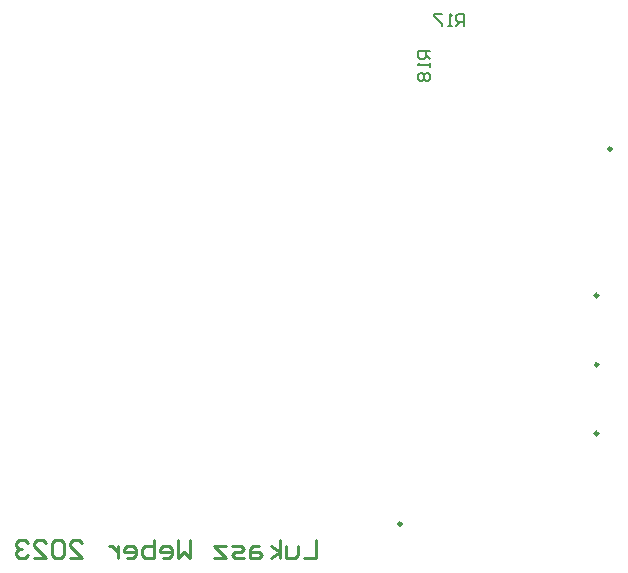
<source format=gbr>
%TF.GenerationSoftware,Altium Limited,Altium Designer,23.3.1 (30)*%
G04 Layer_Color=32896*
%FSLAX25Y25*%
%MOIN*%
%TF.SameCoordinates,70BEFA69-D3B7-480D-BB84-950A8577B244*%
%TF.FilePolarity,Positive*%
%TF.FileFunction,Legend,Bot*%
%TF.Part,Single*%
G01*
G75*
%TA.AperFunction,NonConductor*%
%ADD55C,0.00600*%
%ADD56C,0.01000*%
D55*
X471799Y365298D02*
X467801D01*
Y363299D01*
X468467Y362633D01*
X469800D01*
X470466Y363299D01*
Y365298D01*
Y363966D02*
X471799Y362633D01*
Y361300D02*
Y359967D01*
Y360633D01*
X467801D01*
X468467Y361300D01*
Y357967D02*
X467801Y357301D01*
Y355968D01*
X468467Y355302D01*
X469134D01*
X469800Y355968D01*
X470466Y355302D01*
X471133D01*
X471799Y355968D01*
Y357301D01*
X471133Y357967D01*
X470466D01*
X469800Y357301D01*
X469134Y357967D01*
X468467D01*
X469800Y357301D02*
Y355968D01*
X482998Y373601D02*
Y377599D01*
X480999D01*
X480333Y376933D01*
Y375600D01*
X480999Y374934D01*
X482998D01*
X481666D02*
X480333Y373601D01*
X479000D02*
X477667D01*
X478333D01*
Y377599D01*
X479000Y376933D01*
X475667Y377599D02*
X473002D01*
Y376933D01*
X475667Y374267D01*
Y373601D01*
D56*
X532226Y332669D02*
G03*
X532226Y332669I-557J0D01*
G01*
X527726Y237831D02*
G03*
X527726Y237831I-557J0D01*
G01*
Y283831D02*
G03*
X527726Y283831I-557J0D01*
G01*
X527789Y260831D02*
G03*
X527789Y260831I-557J0D01*
G01*
X462226Y207673D02*
G03*
X462226Y207673I-557J0D01*
G01*
X433800Y202398D02*
Y196400D01*
X429801D01*
X427802Y200399D02*
Y197400D01*
X426802Y196400D01*
X423803D01*
Y200399D01*
X421804Y196400D02*
Y202398D01*
Y198399D02*
X418805Y200399D01*
X421804Y198399D02*
X418805Y196400D01*
X414806Y200399D02*
X412807D01*
X411807Y199399D01*
Y196400D01*
X414806D01*
X415806Y197400D01*
X414806Y198399D01*
X411807D01*
X409808Y196400D02*
X406809D01*
X405809Y197400D01*
X406809Y198399D01*
X408808D01*
X409808Y199399D01*
X408808Y200399D01*
X405809D01*
X403810D02*
X399811D01*
X403810Y196400D01*
X399811D01*
X391814Y202398D02*
Y196400D01*
X389814Y198399D01*
X387815Y196400D01*
Y202398D01*
X382817Y196400D02*
X384816D01*
X385816Y197400D01*
Y199399D01*
X384816Y200399D01*
X382817D01*
X381817Y199399D01*
Y198399D01*
X385816D01*
X379818Y202398D02*
Y196400D01*
X376818D01*
X375819Y197400D01*
Y198399D01*
Y199399D01*
X376818Y200399D01*
X379818D01*
X370820Y196400D02*
X372820D01*
X373819Y197400D01*
Y199399D01*
X372820Y200399D01*
X370820D01*
X369821Y199399D01*
Y198399D01*
X373819D01*
X367821Y200399D02*
Y196400D01*
Y198399D01*
X366822Y199399D01*
X365822Y200399D01*
X364822D01*
X351827Y196400D02*
X355825D01*
X351827Y200399D01*
Y201398D01*
X352826Y202398D01*
X354825D01*
X355825Y201398D01*
X349827D02*
X348828Y202398D01*
X346828D01*
X345829Y201398D01*
Y197400D01*
X346828Y196400D01*
X348828D01*
X349827Y197400D01*
Y201398D01*
X339830Y196400D02*
X343829D01*
X339830Y200399D01*
Y201398D01*
X340830Y202398D01*
X342829D01*
X343829Y201398D01*
X337831D02*
X336831Y202398D01*
X334832D01*
X333832Y201398D01*
Y200399D01*
X334832Y199399D01*
X335832D01*
X334832D01*
X333832Y198399D01*
Y197400D01*
X334832Y196400D01*
X336831D01*
X337831Y197400D01*
%TF.MD5,694ed35293fcc503a91b9611f6adf5b1*%
M02*

</source>
